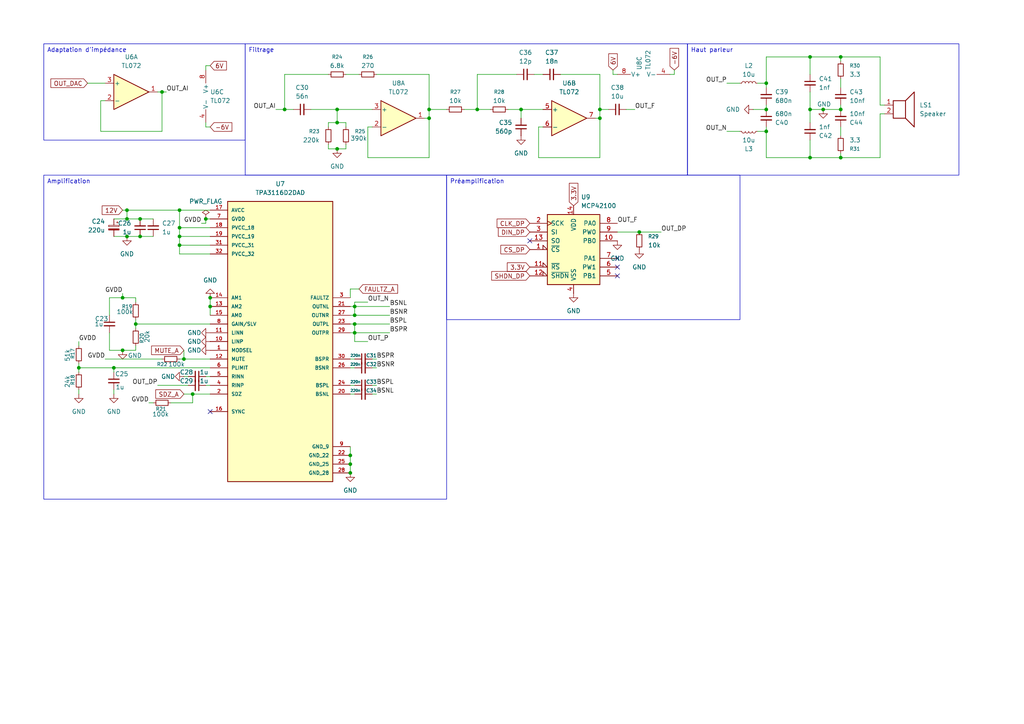
<source format=kicad_sch>
(kicad_sch (version 20250114) (generator "eeschema") (generator_version "9.0")
  (paper "A4")
  (lib_symbols
    (symbol "Amplifier_Operational:TL072" (pin_names (offset 0.127))
      (property "Reference" "U" (at 0 5.08 0))
      (property "Value" "TL072" (at 0 -5.08 0))
      (symbol "TL072_1_1"
        (polyline (pts (xy -5.08 5.08) (xy 5.08 0) (xy -5.08 -5.08) (xy -5.08 5.08)) (stroke (width 0.254)) (fill (type background)))
        (pin input line (at -7.62 2.54 0) (length 2.54) (name "+") (number "3"))
        (pin input line (at -7.62 -2.54 0) (length 2.54) (name "-") (number "2"))
        (pin output line (at 7.62 0 180) (length 2.54) (name "~") (number "1"))
      )
      (symbol "TL072_2_1"
        (polyline (pts (xy -5.08 5.08) (xy 5.08 0) (xy -5.08 -5.08) (xy -5.08 5.08)) (stroke (width 0.254)) (fill (type background)))
        (pin input line (at -7.62 2.54 0) (length 2.54) (name "+") (number "5"))
        (pin input line (at -7.62 -2.54 0) (length 2.54) (name "-") (number "6"))
        (pin output line (at 7.62 0 180) (length 2.54) (name "~") (number "7"))
      )
      (symbol "TL072_3_1"
        (pin power_in line (at -2.54 7.62 270) (length 3.81) (name "V+") (number "8"))
        (pin power_in line (at -2.54 -7.62 90) (length 3.81) (name "V-") (number "4"))
      )
    )
    (symbol "Device:C_Polarized_Small" (pin_numbers (hide yes)) (pin_names (offset 0.254) (hide yes))
      (property "Reference" "C" (at 0.254 1.778 0))
      (property "Value" "C_Polarized_Small" (at 0.254 -2.032 0))
      (symbol "C_Polarized_Small_0_1"
        (rectangle (start -1.524 0.6858) (end 1.524 0.3048))
        (rectangle (start -1.524 -0.3048) (end 1.524 -0.6858) (fill (type outline)))
        (polyline (pts (xy -1.27 1.524) (xy -0.762 1.524)))
        (polyline (pts (xy -1.016 1.27) (xy -1.016 1.778)))
      )
      (symbol "C_Polarized_Small_1_1"
        (pin passive line (at 0 2.54 270) (length 1.8542) (name "~") (number "1"))
        (pin passive line (at 0 -2.54 90) (length 1.8542) (name "~") (number "2"))
      )
    )
    (symbol "Device:C_Small" (pin_numbers (hide yes)) (pin_names (offset 0.254) (hide yes))
      (property "Reference" "C" (at 0.254 1.778 0))
      (property "Value" "C_Small" (at 0.254 -2.032 0))
      (symbol "C_Small_0_1"
        (polyline (pts (xy -1.524 0.508) (xy 1.524 0.508)) (stroke (width 0.3048)))
        (polyline (pts (xy -1.524 -0.508) (xy 1.524 -0.508)) (stroke (width 0.3302)))
      )
      (symbol "C_Small_1_1"
        (pin passive line (at 0 2.54 270) (length 2.032) (name "~") (number "1"))
        (pin passive line (at 0 -2.54 90) (length 2.032) (name "~") (number "2"))
      )
    )
    (symbol "Device:L_Small" (pin_numbers (hide yes)) (pin_names (offset 0.254) (hide yes))
      (property "Reference" "L" (at 0.762 1.016 0))
      (property "Value" "L_Small" (at 0.762 -1.016 0))
      (symbol "L_Small_0_1"
        (arc (start 0 2.032) (mid 0.5058 1.524) (end 0 1.016))
        (arc (start 0 1.016) (mid 0.5058 0.508) (end 0 0))
        (arc (start 0 0) (mid 0.5058 -0.508) (end 0 -1.016))
        (arc (start 0 -1.016) (mid 0.5058 -1.524) (end 0 -2.032))
      )
      (symbol "L_Small_1_1"
        (pin passive line (at 0 2.54 270) (length 0.508) (name "~") (number "1"))
        (pin passive line (at 0 -2.54 90) (length 0.508) (name "~") (number "2"))
      )
    )
    (symbol "Device:R_Small" (pin_numbers (hide yes)) (pin_names (offset 0.254) (hide yes))
      (property "Reference" "R" (at 0 0 90))
      (property "Value" "R_Small" (at 1.778 0 90))
      (symbol "R_Small_0_1"
        (rectangle (start -0.762 1.778) (end 0.762 -1.778) (stroke (width 0.2032)))
      )
      (symbol "R_Small_1_1"
        (pin passive line (at 0 2.54 270) (length 0.762) (name "~") (number "1"))
        (pin passive line (at 0 -2.54 90) (length 0.762) (name "~") (number "2"))
      )
    )
    (symbol "Device:Speaker" (pin_names (offset 0) (hide yes))
      (property "Reference" "LS" (at 1.27 5.715 0))
      (property "Value" "Speaker" (at 1.27 3.81 0))
      (symbol "Speaker_0_0"
        (rectangle (start -2.54 1.27) (end 1.016 -3.81) (stroke (width 0.254)))
        (polyline (pts (xy 1.016 1.27) (xy 3.556 3.81) (xy 3.556 -6.35) (xy 1.016 -3.81)) (stroke (width 0.254)))
      )
      (symbol "Speaker_1_1"
        (pin input line (at -5.08 0 0) (length 2.54) (name "1") (number "1"))
        (pin input line (at -5.08 -2.54 0) (length 2.54) (name "2") (number "2"))
      )
    )
    (symbol "Potentiometer_Digital:MCP42100" (pin_names (offset 1.016))
      (property "Reference" "U" (at -7.62 11.43 0))
      (property "Value" "MCP42100" (at 2.54 11.43 0))
      (symbol "MCP42100_0_1"
        (rectangle (start -7.62 10.16) (end 7.62 -10.16) (stroke (width 0.254)) (fill (type background)))
      )
      (symbol "MCP42100_1_1"
        (pin input clock (at -12.7 7.62 0) (length 5.08) (name "SCK") (number "2"))
        (pin input line (at -12.7 5.08 0) (length 5.08) (name "SI") (number "3"))
        (pin output line (at -12.7 2.54 0) (length 5.08) (name "SO") (number "13"))
        (pin input input_low (at -12.7 0 0) (length 5.08) (name "~{CS}") (number "1"))
        (pin input input_low (at -12.7 -5.08 0) (length 5.08) (name "~{RS}") (number "11"))
        (pin input input_low (at -12.7 -7.62 0) (length 5.08) (name "~{SHDN}") (number "12"))
        (pin power_in line (at 0 12.7 270) (length 2.54) (name "VDD") (number "14"))
        (pin power_in line (at 0 -12.7 90) (length 2.54) (name "VSS") (number "4"))
        (pin passive line (at 12.7 7.62 180) (length 5.08) (name "PA0") (number "8"))
        (pin passive line (at 12.7 5.08 180) (length 5.08) (name "PW0") (number "9"))
        (pin passive line (at 12.7 2.54 180) (length 5.08) (name "PB0") (number "10"))
        (pin passive line (at 12.7 -2.54 180) (length 5.08) (name "PA1") (number "7"))
        (pin passive line (at 12.7 -5.08 180) (length 5.08) (name "PW1") (number "6"))
        (pin passive line (at 12.7 -7.62 180) (length 5.08) (name "PB1") (number "5"))
      )
    )
    (symbol "TPA3116D2DAD:TPA3116D2DAD" (pin_names (offset 1.016))
      (property "Reference" "U" (at -15.24 41.64 0))
      (property "Value" "TPA3116D2DAD" (at -15.24 -44.64 0))
      (symbol "TPA3116D2DAD_0_0"
        (rectangle (start -15.24 -40.64) (end 15.24 40.64) (stroke (width 0.254)) (fill (type background)))
        (pin power_in line (at -20.32 38.1 0) (length 5.08) (name "AVCC") (number "17"))
        (pin power_in line (at -20.32 35.56 0) (length 5.08) (name "GVDD") (number "7"))
        (pin power_in line (at -20.32 33.02 0) (length 5.08) (name "PVCC_18") (number "18"))
        (pin power_in line (at -20.32 30.48 0) (length 5.08) (name "PVCC_19") (number "19"))
        (pin power_in line (at -20.32 27.94 0) (length 5.08) (name "PVCC_31") (number "31"))
        (pin power_in line (at -20.32 25.4 0) (length 5.08) (name "PVCC_32") (number "32"))
        (pin input line (at -20.32 12.7 0) (length 5.08) (name "AM1") (number "14"))
        (pin input line (at -20.32 10.16 0) (length 5.08) (name "AM2") (number "13"))
        (pin input line (at -20.32 7.62 0) (length 5.08) (name "AM0") (number "15"))
        (pin input line (at -20.32 5.08 0) (length 5.08) (name "GAIN/SLV") (number "8"))
        (pin input line (at -20.32 2.54 0) (length 5.08) (name "LINN") (number "11"))
        (pin input line (at -20.32 0 0) (length 5.08) (name "LINP") (number "10"))
        (pin input line (at -20.32 -2.54 0) (length 5.08) (name "MODSEL") (number "1"))
        (pin input line (at -20.32 -5.08 0) (length 5.08) (name "MUTE") (number "12"))
        (pin input line (at -20.32 -7.62 0) (length 5.08) (name "PLIMIT") (number "6"))
        (pin input line (at -20.32 -10.16 0) (length 5.08) (name "RINN") (number "5"))
        (pin input line (at -20.32 -12.7 0) (length 5.08) (name "RINP") (number "4"))
        (pin input line (at -20.32 -15.24 0) (length 5.08) (name "SDZ") (number "2"))
        (pin bidirectional line (at -20.32 -20.32 0) (length 5.08) (name "SYNC") (number "16"))
        (pin output line (at 20.32 12.7 180) (length 5.08) (name "FAULTZ") (number "3"))
        (pin output line (at 20.32 10.16 180) (length 5.08) (name "OUTNL") (number "21"))
        (pin output line (at 20.32 7.62 180) (length 5.08) (name "OUTNR") (number "27"))
        (pin output line (at 20.32 5.08 180) (length 5.08) (name "OUTPL") (number "23"))
        (pin output line (at 20.32 2.54 180) (length 5.08) (name "OUTPR") (number "29"))
        (pin passive line (at 20.32 -5.08 180) (length 5.08) (name "BSPR") (number "30"))
        (pin passive line (at 20.32 -7.62 180) (length 5.08) (name "BSNR") (number "26"))
        (pin passive line (at 20.32 -12.7 180) (length 5.08) (name "BSPL") (number "24"))
        (pin passive line (at 20.32 -15.24 180) (length 5.08) (name "BSNL") (number "20"))
        (pin power_in line (at 20.32 -30.48 180) (length 5.08) (name "GND_9") (number "9"))
        (pin power_in line (at 20.32 -33.02 180) (length 5.08) (name "GND_22") (number "22"))
        (pin power_in line (at 20.32 -35.56 180) (length 5.08) (name "GND_25") (number "25"))
        (pin power_in line (at 20.32 -38.1 180) (length 5.08) (name "GND_28") (number "28"))
      )
    )
    (symbol "power:GND" (power) (pin_numbers (hide yes)) (pin_names (offset 0) (hide yes))
      (property "Value" "GND" (at 0 -3.81 0))
      (symbol "GND_0_1"
        (polyline (pts (xy 0 0) (xy 0 -1.27) (xy 1.27 -1.27) (xy 0 -2.54) (xy -1.27 -1.27) (xy 0 -1.27)))
      )
      (symbol "GND_1_1"
        (pin power_in line (at 0 0 270) (length 0) (name "~") (number "1"))
      )
    )
    (symbol "power:PWR_FLAG" (power) (pin_numbers (hide yes)) (pin_names (offset 0) (hide yes))
      (property "Value" "PWR_FLAG" (at 0 3.81 0))
      (symbol "PWR_FLAG_0_0"
        (pin power_out line (at 0 0 90) (length 0) (name "~") (number "1"))
      )
      (symbol "PWR_FLAG_0_1"
        (polyline (pts (xy 0 0) (xy 0 1.27) (xy -1.016 1.905) (xy 0 2.54) (xy 1.016 1.905) (xy 0 1.27)))
      )
    )
  )
  (text_box "Amplification" (at 12.7 50.8 0) (size 116.84 93.98) (margins 0.9525 0.9525 0.9525 0.9525) (effects (font (size 1.27 1.27)) (justify left top)))
  (text_box "Filtrage" (at 71.12 12.7 0) (size 128.27 38.1) (margins 0.9525 0.9525 0.9525 0.9525) (effects (font (size 1.27 1.27)) (justify left top)))
  (text_box "Haut parleur" (at 199.39 12.7 0) (size 78.74 38.1) (margins 0.9525 0.9525 0.9525 0.9525) (effects (font (size 1.27 1.27)) (justify left top)))
  (text_box "Préamplification" (at 129.54 50.8 0) (size 85.09 41.91) (margins 0.9525 0.9525 0.9525 0.9525) (effects (font (size 1.27 1.27)) (justify left top)))
  (text_box "Adaptation d'impédance" (at 12.7 12.7 0) (size 58.42 27.94) (margins 0.9525 0.9525 0.9525 0.9525) (effects (font (size 1.27 1.27)) (justify left top)))
  (junction (at 102.87 93.98))
  (junction (at 33.02 106.68))
  (junction (at 60.96 86.36))
  (junction (at 101.6 137.16))
  (junction (at 35.56 101.6))
  (junction (at 234.95 16.51))
  (junction (at 59.69 63.5))
  (junction (at 173.99 34.29))
  (junction (at 36.83 63.5))
  (junction (at 124.46 34.29))
  (junction (at 52.07 60.96))
  (junction (at 40.64 68.58))
  (junction (at 97.79 43.18))
  (junction (at 55.88 114.3))
  (junction (at 243.84 31.75))
  (junction (at 39.37 93.98))
  (junction (at 243.84 16.51))
  (junction (at 222.25 31.75))
  (junction (at 138.43 31.75))
  (junction (at 46.99 26.67))
  (junction (at 151.13 31.75))
  (junction (at 222.25 38.1))
  (junction (at 101.6 134.62))
  (junction (at 124.46 31.75))
  (junction (at 22.86 106.68))
  (junction (at 82.55 31.75))
  (junction (at 52.07 71.12))
  (junction (at 40.64 63.5))
  (junction (at 35.56 86.36))
  (junction (at 102.87 96.52))
  (junction (at 36.83 60.96))
  (junction (at 243.84 45.72))
  (junction (at 102.87 91.44))
  (junction (at 36.83 68.58))
  (junction (at 234.95 31.75))
  (junction (at 60.96 88.9))
  (junction (at 101.6 132.08))
  (junction (at 97.79 31.75))
  (junction (at 97.79 35.56))
  (junction (at 222.25 24.13))
  (junction (at 238.76 31.75))
  (junction (at 102.87 88.9))
  (junction (at 52.07 66.04))
  (junction (at 185.42 67.31))
  (junction (at 52.07 68.58))
  (junction (at 53.34 104.14))
  (junction (at 234.95 45.72))
  (junction (at 173.99 31.75))
  (no_connect (at 179.07 74.93))
  (no_connect (at 179.07 77.47))
  (no_connect (at 179.07 80.01))
  (no_connect (at 60.96 119.38))
  (no_connect (at 153.67 69.85))
  (wire (pts (xy 100.33 36.83) (xy 100.33 35.56)))
  (wire (pts (xy 95.25 41.91) (xy 95.25 43.18)))
  (wire (pts (xy 210.82 38.1) (xy 214.63 38.1)))
  (wire (pts (xy 39.37 86.36) (xy 39.37 87.63)))
  (wire (pts (xy 95.25 43.18) (xy 97.79 43.18)))
  (wire (pts (xy 177.8 21.59) (xy 177.8 20.32)))
  (wire (pts (xy 124.46 21.59) (xy 124.46 31.75)))
  (wire (pts (xy 101.6 93.98) (xy 102.87 93.98)))
  (wire (pts (xy 234.95 16.51) (xy 243.84 16.51)))
  (wire (pts (xy 101.6 132.08) (xy 101.6 134.62)))
  (wire (pts (xy 52.07 60.96) (xy 60.96 60.96)))
  (wire (pts (xy 255.27 33.02) (xy 255.27 45.72)))
  (wire (pts (xy 106.68 99.06) (xy 102.87 99.06)))
  (wire (pts (xy 100.33 21.59) (xy 104.14 21.59)))
  (wire (pts (xy 102.87 96.52) (xy 113.03 96.52)))
  (wire (pts (xy 35.56 101.6) (xy 39.37 101.6)))
  (wire (pts (xy 173.99 31.75) (xy 176.53 31.75)))
  (wire (pts (xy 53.34 109.22) (xy 54.61 109.22)))
  (wire (pts (xy 59.69 36.83) (xy 60.96 36.83)))
  (wire (pts (xy 101.6 88.9) (xy 102.87 88.9)))
  (wire (pts (xy 210.82 24.13) (xy 214.63 24.13)))
  (wire (pts (xy 31.75 91.44) (xy 31.75 86.36)))
  (wire (pts (xy 102.87 87.63) (xy 102.87 88.9)))
  (wire (pts (xy 102.87 99.06) (xy 102.87 96.52)))
  (wire (pts (xy 101.6 96.52) (xy 102.87 96.52)))
  (wire (pts (xy 102.87 88.9) (xy 113.03 88.9)))
  (wire (pts (xy 109.22 114.3) (xy 107.95 114.3)))
  (wire (pts (xy 31.75 96.52) (xy 31.75 101.6)))
  (wire (pts (xy 185.42 67.31) (xy 191.77 67.31)))
  (wire (pts (xy 45.72 111.76) (xy 54.61 111.76)))
  (wire (pts (xy 243.84 45.72) (xy 243.84 44.45)))
  (wire (pts (xy 256.54 33.02) (xy 255.27 33.02)))
  (wire (pts (xy 124.46 45.72) (xy 106.68 45.72)))
  (wire (pts (xy 59.69 20.32) (xy 59.69 19.05)))
  (wire (pts (xy 29.21 38.1) (xy 46.99 38.1)))
  (wire (pts (xy 101.6 83.82) (xy 101.6 86.36)))
  (wire (pts (xy 134.62 31.75) (xy 138.43 31.75)))
  (wire (pts (xy 52.07 60.96) (xy 52.07 66.04)))
  (wire (pts (xy 154.94 21.59) (xy 157.48 21.59)))
  (wire (pts (xy 35.56 86.36) (xy 39.37 86.36)))
  (wire (pts (xy 53.34 101.6) (xy 53.34 104.14)))
  (wire (pts (xy 52.07 71.12) (xy 60.96 71.12)))
  (wire (pts (xy 59.69 35.56) (xy 59.69 36.83)))
  (wire (pts (xy 222.25 38.1) (xy 222.25 45.72)))
  (wire (pts (xy 52.07 68.58) (xy 52.07 71.12)))
  (wire (pts (xy 82.55 31.75) (xy 85.09 31.75)))
  (wire (pts (xy 243.84 31.75) (xy 238.76 31.75)))
  (wire (pts (xy 101.6 91.44) (xy 102.87 91.44)))
  (wire (pts (xy 60.96 93.98) (xy 39.37 93.98)))
  (wire (pts (xy 138.43 31.75) (xy 142.24 31.75)))
  (wire (pts (xy 222.25 30.48) (xy 222.25 31.75)))
  (wire (pts (xy 234.95 31.75) (xy 238.76 31.75)))
  (wire (pts (xy 97.79 35.56) (xy 95.25 35.56)))
  (wire (pts (xy 55.88 116.84) (xy 55.88 114.3)))
  (wire (pts (xy 222.25 31.75) (xy 218.44 31.75)))
  (wire (pts (xy 106.68 87.63) (xy 102.87 87.63)))
  (wire (pts (xy 22.86 113.03) (xy 22.86 114.3)))
  (wire (pts (xy 195.58 21.59) (xy 194.31 21.59)))
  (wire (pts (xy 35.56 85.09) (xy 35.56 86.36)))
  (wire (pts (xy 46.99 38.1) (xy 46.99 26.67)))
  (wire (pts (xy 173.99 34.29) (xy 172.72 34.29)))
  (wire (pts (xy 80.01 31.75) (xy 82.55 31.75)))
  (wire (pts (xy 31.75 101.6) (xy 35.56 101.6)))
  (wire (pts (xy 147.32 31.75) (xy 151.13 31.75)))
  (wire (pts (xy 124.46 31.75) (xy 124.46 34.29)))
  (wire (pts (xy 102.87 91.44) (xy 113.03 91.44)))
  (wire (pts (xy 95.25 35.56) (xy 95.25 36.83)))
  (wire (pts (xy 195.58 20.32) (xy 195.58 21.59)))
  (wire (pts (xy 151.13 31.75) (xy 157.48 31.75)))
  (wire (pts (xy 22.86 100.33) (xy 22.86 99.06)))
  (wire (pts (xy 40.64 68.58) (xy 36.83 68.58)))
  (wire (pts (xy 234.95 21.59) (xy 234.95 16.51)))
  (wire (pts (xy 255.27 45.72) (xy 243.84 45.72)))
  (wire (pts (xy 102.87 114.3) (xy 101.6 114.3)))
  (wire (pts (xy 173.99 45.72) (xy 156.21 45.72)))
  (wire (pts (xy 102.87 88.9) (xy 102.87 91.44)))
  (wire (pts (xy 109.22 111.76) (xy 107.95 111.76)))
  (wire (pts (xy 52.07 104.14) (xy 53.34 104.14)))
  (wire (pts (xy 49.53 116.84) (xy 55.88 116.84)))
  (wire (pts (xy 100.33 35.56) (xy 97.79 35.56)))
  (wire (pts (xy 52.07 73.66) (xy 60.96 73.66)))
  (wire (pts (xy 173.99 21.59) (xy 173.99 31.75)))
  (wire (pts (xy 102.87 93.98) (xy 113.03 93.98)))
  (wire (pts (xy 59.69 111.76) (xy 60.96 111.76)))
  (wire (pts (xy 60.96 88.9) (xy 60.96 91.44)))
  (wire (pts (xy 53.34 104.14) (xy 60.96 104.14)))
  (wire (pts (xy 151.13 34.29) (xy 151.13 31.75)))
  (wire (pts (xy 97.79 43.18) (xy 100.33 43.18)))
  (wire (pts (xy 52.07 68.58) (xy 60.96 68.58)))
  (wire (pts (xy 33.02 106.68) (xy 22.86 106.68)))
  (wire (pts (xy 52.07 66.04) (xy 60.96 66.04)))
  (wire (pts (xy 29.21 29.21) (xy 29.21 38.1)))
  (wire (pts (xy 53.34 114.3) (xy 55.88 114.3)))
  (wire (pts (xy 138.43 21.59) (xy 138.43 31.75)))
  (wire (pts (xy 243.84 25.4) (xy 243.84 22.86)))
  (wire (pts (xy 255.27 30.48) (xy 255.27 16.51)))
  (wire (pts (xy 30.48 104.14) (xy 46.99 104.14)))
  (wire (pts (xy 101.6 129.54) (xy 101.6 132.08)))
  (wire (pts (xy 156.21 36.83) (xy 156.21 45.72)))
  (wire (pts (xy 219.71 24.13) (xy 222.25 24.13)))
  (wire (pts (xy 107.95 36.83) (xy 106.68 36.83)))
  (wire (pts (xy 59.69 19.05) (xy 60.96 19.05)))
  (wire (pts (xy 36.83 60.96) (xy 35.56 60.96)))
  (wire (pts (xy 179.07 21.59) (xy 177.8 21.59)))
  (wire (pts (xy 124.46 34.29) (xy 123.19 34.29)))
  (wire (pts (xy 222.25 24.13) (xy 222.25 16.51)))
  (wire (pts (xy 109.22 21.59) (xy 124.46 21.59)))
  (wire (pts (xy 44.45 63.5) (xy 40.64 63.5)))
  (wire (pts (xy 36.83 60.96) (xy 52.07 60.96)))
  (wire (pts (xy 124.46 31.75) (xy 129.54 31.75)))
  (wire (pts (xy 95.25 21.59) (xy 82.55 21.59)))
  (wire (pts (xy 58.42 64.77) (xy 59.69 64.77)))
  (wire (pts (xy 82.55 21.59) (xy 82.55 31.75)))
  (wire (pts (xy 40.64 63.5) (xy 36.83 63.5)))
  (wire (pts (xy 109.22 106.68) (xy 107.95 106.68)))
  (wire (pts (xy 222.25 16.51) (xy 234.95 16.51)))
  (wire (pts (xy 22.86 106.68) (xy 22.86 107.95)))
  (wire (pts (xy 25.4 24.13) (xy 30.48 24.13)))
  (wire (pts (xy 52.07 71.12) (xy 52.07 73.66)))
  (wire (pts (xy 234.95 40.64) (xy 234.95 45.72)))
  (wire (pts (xy 33.02 106.68) (xy 33.02 107.95)))
  (wire (pts (xy 149.86 21.59) (xy 138.43 21.59)))
  (wire (pts (xy 234.95 45.72) (xy 243.84 45.72)))
  (wire (pts (xy 179.07 67.31) (xy 185.42 67.31)))
  (wire (pts (xy 102.87 104.14) (xy 101.6 104.14)))
  (wire (pts (xy 90.17 31.75) (xy 97.79 31.75)))
  (wire (pts (xy 222.25 38.1) (xy 222.25 36.83)))
  (wire (pts (xy 59.69 109.22) (xy 60.96 109.22)))
  (wire (pts (xy 55.88 114.3) (xy 60.96 114.3)))
  (wire (pts (xy 106.68 36.83) (xy 106.68 45.72)))
  (wire (pts (xy 255.27 16.51) (xy 243.84 16.51)))
  (wire (pts (xy 33.02 113.03) (xy 33.02 114.3)))
  (wire (pts (xy 222.25 45.72) (xy 234.95 45.72)))
  (wire (pts (xy 22.86 105.41) (xy 22.86 106.68)))
  (wire (pts (xy 243.84 16.51) (xy 243.84 17.78)))
  (wire (pts (xy 102.87 106.68) (xy 101.6 106.68)))
  (wire (pts (xy 31.75 86.36) (xy 35.56 86.36)))
  (wire (pts (xy 181.61 31.75) (xy 184.15 31.75)))
  (wire (pts (xy 100.33 41.91) (xy 100.33 43.18)))
  (wire (pts (xy 124.46 34.29) (xy 124.46 45.72)))
  (wire (pts (xy 97.79 31.75) (xy 97.79 35.56)))
  (wire (pts (xy 45.72 26.67) (xy 46.99 26.67)))
  (wire (pts (xy 39.37 93.98) (xy 39.37 95.25)))
  (wire (pts (xy 43.18 116.84) (xy 44.45 116.84)))
  (wire (pts (xy 173.99 34.29) (xy 173.99 45.72)))
  (wire (pts (xy 44.45 68.58) (xy 40.64 68.58)))
  (wire (pts (xy 109.22 104.14) (xy 107.95 104.14)))
  (wire (pts (xy 243.84 30.48) (xy 243.84 31.75)))
  (wire (pts (xy 97.79 31.75) (xy 107.95 31.75)))
  (wire (pts (xy 30.48 29.21) (xy 29.21 29.21)))
  (wire (pts (xy 234.95 26.67) (xy 234.95 31.75)))
  (wire (pts (xy 36.83 60.96) (xy 36.83 63.5)))
  (wire (pts (xy 39.37 100.33) (xy 39.37 101.6)))
  (wire (pts (xy 104.14 83.82) (xy 101.6 83.82)))
  (wire (pts (xy 60.96 86.36) (xy 60.96 88.9)))
  (wire (pts (xy 59.69 63.5) (xy 60.96 63.5)))
  (wire (pts (xy 59.69 64.77) (xy 59.69 63.5)))
  (wire (pts (xy 101.6 134.62) (xy 101.6 137.16)))
  (wire (pts (xy 36.83 68.58) (xy 33.02 68.58)))
  (wire (pts (xy 60.96 106.68) (xy 33.02 106.68)))
  (wire (pts (xy 39.37 92.71) (xy 39.37 93.98)))
  (wire (pts (xy 243.84 36.83) (xy 243.84 39.37)))
  (wire (pts (xy 52.07 66.04) (xy 52.07 68.58)))
  (wire (pts (xy 157.48 36.83) (xy 156.21 36.83)))
  (wire (pts (xy 102.87 93.98) (xy 102.87 96.52)))
  (wire (pts (xy 222.25 24.13) (xy 222.25 25.4)))
  (wire (pts (xy 256.54 30.48) (xy 255.27 30.48)))
  (wire (pts (xy 162.56 21.59) (xy 173.99 21.59)))
  (wire (pts (xy 46.99 26.67) (xy 48.26 26.67)))
  (wire (pts (xy 36.83 63.5) (xy 33.02 63.5)))
  (wire (pts (xy 102.87 111.76) (xy 101.6 111.76)))
  (wire (pts (xy 173.99 31.75) (xy 173.99 34.29)))
  (wire (pts (xy 234.95 31.75) (xy 234.95 35.56)))
  (wire (pts (xy 219.71 38.1) (xy 222.25 38.1)))
  (label "OUT_F" (at 179.07 64.77 0))
  (label "OUT_DP" (at 191.77 67.31 0))
  (label "OUT_N" (at 106.68 87.63 0))
  (label "BSNR" (at 113.03 91.44 0))
  (label "BSPR" (at 113.03 96.52 0))
  (label "GVDD" (at 30.48 104.14 180))
  (label "BSNL" (at 109.22 114.3 0))
  (label "BSNL" (at 113.03 88.9 0))
  (label "OUT_AI" (at 48.26 26.67 0))
  (label "BSPR" (at 109.22 104.14 0))
  (label "GVDD" (at 58.42 64.77 180))
  (label "GVDD" (at 43.18 116.84 180))
  (label "GVDD" (at 35.56 85.09 180))
  (label "BSPL" (at 109.22 111.76 0))
  (label "BSNR" (at 109.22 106.68 0))
  (label "OUT_DP" (at 45.72 111.76 180))
  (label "OUT_AI" (at 80.01 31.75 180))
  (label "GVDD" (at 22.86 99.06 0))
  (label "OUT_P" (at 106.68 99.06 0))
  (label "OUT_F" (at 184.15 31.75 0))
  (label "BSPL" (at 113.03 93.98 0))
  (label "OUT_N" (at 210.82 38.1 180))
  (label "OUT_P" (at 210.82 24.13 180))
  (global_label "-6V" (shape input) (at 195.58 20.32 90) (property "Intersheetrefs" "${INTERSHEET_REFS}" (effects (hide yes))))
  (global_label "-6V" (shape input) (at 60.96 36.83 0) (property "Intersheetrefs" "${INTERSHEET_REFS}" (effects (hide yes))))
  (global_label "3.3V" (shape input) (at 153.67 77.47 180) (property "Intersheetrefs" "${INTERSHEET_REFS}" (effects (hide yes))))
  (global_label "6V" (shape input) (at 60.96 19.05 0) (property "Intersheetrefs" "${INTERSHEET_REFS}" (effects (hide yes))))
  (global_label "OUT_DAC" (shape input) (at 25.4 24.13 180) (property "Intersheetrefs" "${INTERSHEET_REFS}" (effects (hide yes))))
  (global_label "CLK_DP" (shape input) (at 153.67 64.77 180) (property "Intersheetrefs" "${INTERSHEET_REFS}" (effects (hide yes))))
  (global_label "12V" (shape input) (at 35.56 60.96 180) (property "Intersheetrefs" "${INTERSHEET_REFS}" (effects (hide yes))))
  (global_label "6V" (shape input) (at 177.8 20.32 90) (property "Intersheetrefs" "${INTERSHEET_REFS}" (effects (hide yes))))
  (global_label "MUTE_A" (shape input) (at 53.34 101.6 180) (property "Intersheetrefs" "${INTERSHEET_REFS}" (effects (hide yes))))
  (global_label "SDZ_A" (shape input) (at 53.34 114.3 180) (property "Intersheetrefs" "${INTERSHEET_REFS}" (effects (hide yes))))
  (global_label "3.3V" (shape input) (at 166.37 59.69 90) (property "Intersheetrefs" "${INTERSHEET_REFS}" (effects (hide yes))))
  (global_label "DIN_DP" (shape input) (at 153.67 67.31 180) (property "Intersheetrefs" "${INTERSHEET_REFS}" (effects (hide yes))))
  (global_label "CS_DP" (shape input) (at 153.67 72.39 180) (property "Intersheetrefs" "${INTERSHEET_REFS}" (effects (hide yes))))
  (global_label "SHDN_DP" (shape input) (at 153.67 80.01 180) (property "Intersheetrefs" "${INTERSHEET_REFS}" (effects (hide yes))))
  (global_label "FAULTZ_A" (shape input) (at 104.14 83.82 0) (property "Intersheetrefs" "${INTERSHEET_REFS}" (effects (hide yes))))
  (symbol (lib_id "Device:R_Small") (at 46.99 116.84 270) (mirror x) (unit 1)
    (property "Reference" "R21" (at 48.26 118.618 90) (effects (font (size 1.016 1.016)) (justify right)))
    (property "Value" "100k" (at 49.022 120.142 90) (effects (justify right)))
    (property "Footprint" "Resistor_SMD:R_0603_1608Metric_Pad0.98x0.95mm_HandSolder" (effects (hide yes)))
    (property "Description" "Resistor, small symbol" (effects (hide yes)))
  )
  (symbol (lib_id "power:GND") (at 238.76 31.75 0) (unit 1)
    (property "Reference" "#PWR045" (effects (hide yes)))
    (property "Value" "GND" (at 239.014 30.226 0))
    (property "Description" "Power symbol creates a global label with name \"GND\" , ground" (effects (hide yes)))
  )
  (symbol (lib_id "power:GND") (at 185.42 72.39 0) (unit 1)
    (property "Reference" "#PWR043" (effects (hide yes)))
    (property "Value" "GND" (at 185.42 77.47 0))
    (property "Description" "Power symbol creates a global label with name \"GND\" , ground" (effects (hide yes)))
  )
  (symbol (lib_id "Device:R_Small") (at 22.86 102.87 0) (mirror x) (unit 1)
    (property "Reference" "R17" (at 21.082 104.14 90) (effects (font (size 1.016 1.016)) (justify right)))
    (property "Value" "51k" (at 19.558 104.902 90) (effects (justify right)))
    (property "Footprint" "Resistor_SMD:R_0603_1608Metric_Pad0.98x0.95mm_HandSolder" (effects (hide yes)))
    (property "Description" "Resistor, small symbol" (effects (hide yes)))
  )
  (symbol (lib_id "Amplifier_Operational:TL072") (at 62.23 27.94 0) (unit 3)
    (property "Reference" "U6" (at 60.96 26.6699 0) (effects (justify left)))
    (property "Value" "TL072" (at 60.96 29.2099 0) (effects (justify left)))
    (property "Footprint" "Package_SO:TSSOP-8_3x3mm_P0.65mm" (effects (hide yes)))
    (property "Datasheet" "http://www.ti.com/lit/ds/symlink/tl071.pdf" (effects (hide yes)))
    (property "Description" "Dual Low-Noise JFET-Input Operational Amplifiers, DIP-8/SOIC-8" (effects (hide yes)))
  )
  (symbol (lib_id "power:GND") (at 60.96 101.6 270) (unit 1)
    (property "Reference" "#PWR037" (effects (hide yes)))
    (property "Value" "GND" (at 58.42 101.5999 90) (effects (justify right)))
    (property "Description" "Power symbol creates a global label with name \"GND\" , ground" (effects (hide yes)))
  )
  (symbol (lib_id "Device:C_Small") (at 243.84 27.94 0) (mirror y) (unit 1)
    (property "Reference" "C43" (at 246.38 26.6762 0) (effects (justify right)))
    (property "Value" "10nf" (at 246.38 29.2162 0) (effects (justify right)))
    (property "Footprint" "Capacitor_SMD:C_0603_1608Metric_Pad1.08x0.95mm_HandSolder" (effects (hide yes)))
    (property "Description" "Unpolarized capacitor, small symbol" (effects (hide yes)))
  )
  (symbol (lib_id "power:GND") (at 60.96 86.36 180) (unit 1)
    (property "Reference" "#PWR034" (effects (hide yes)))
    (property "Value" "GND" (at 60.96 81.28 0))
    (property "Description" "Power symbol creates a global label with name \"GND\" , ground" (effects (hide yes)))
  )
  (symbol (lib_id "Amplifier_Operational:TL072") (at 38.1 26.67 0) (unit 1)
    (property "Reference" "U6" (at 38.1 16.51 0))
    (property "Value" "TL072" (at 38.1 19.05 0))
    (property "Footprint" "Package_SO:TSSOP-8_3x3mm_P0.65mm" (effects (hide yes)))
    (property "Datasheet" "http://www.ti.com/lit/ds/symlink/tl071.pdf" (effects (hide yes)))
    (property "Description" "Dual Low-Noise JFET-Input Operational Amplifiers, DIP-8/SOIC-8" (effects (hide yes)))
  )
  (symbol (lib_id "Device:R_Small") (at 185.42 69.85 180) (unit 1)
    (property "Reference" "R29" (at 187.96 68.5799 0) (effects (font (size 1.016 1.016)) (justify right)))
    (property "Value" "10k" (at 187.96 71.1199 0) (effects (justify right)))
    (property "Footprint" "Resistor_SMD:R_0603_1608Metric_Pad0.98x0.95mm_HandSolder" (effects (hide yes)))
    (property "Description" "Resistor, small symbol" (effects (hide yes)))
  )
  (symbol (lib_id "Device:C_Small") (at 33.02 110.49 0) (mirror y) (unit 1)
    (property "Reference" "C25" (at 35.306 108.458 0))
    (property "Value" "1u" (at 34.798 112.268 0))
    (property "Footprint" "Capacitor_SMD:C_0603_1608Metric_Pad1.08x0.95mm_HandSolder" (effects (hide yes)))
    (property "Description" "Unpolarized capacitor, small symbol" (effects (hide yes)))
  )
  (symbol (lib_id "power:GND") (at 35.56 101.6 0) (unit 1)
    (property "Reference" "#PWR031" (effects (hide yes)))
    (property "Value" "GND" (at 39.116 103.124 0))
    (property "Description" "Power symbol creates a global label with name \"GND\" , ground" (effects (hide yes)))
  )
  (symbol (lib_id "Device:C_Small") (at 40.64 66.04 0) (mirror x) (unit 1)
    (property "Reference" "C26" (at 38.1 64.7635 0) (effects (justify right)))
    (property "Value" "1u" (at 38.1 67.3035 0) (effects (justify right)))
    (property "Footprint" "Capacitor_SMD:C_0603_1608Metric_Pad1.08x0.95mm_HandSolder" (effects (hide yes)))
    (property "Description" "Unpolarized capacitor, small symbol" (effects (hide yes)))
  )
  (symbol (lib_id "Device:R_Small") (at 243.84 41.91 0) (mirror y) (unit 1)
    (property "Reference" "R31" (at 246.38 43.1801 0) (effects (font (size 1.016 1.016)) (justify right)))
    (property "Value" "3.3" (at 246.38 40.6401 0) (effects (justify right)))
    (property "Footprint" "Resistor_SMD:R_0603_1608Metric_Pad0.98x0.95mm_HandSolder" (effects (hide yes)))
    (property "Description" "Resistor, small symbol" (effects (hide yes)))
  )
  (symbol (lib_id "Device:R_Small") (at 106.68 21.59 90) (unit 1)
    (property "Reference" "R26" (at 106.68 16.51 90) (effects (font (size 1.016 1.016))))
    (property "Value" "270" (at 106.68 19.05 90))
    (property "Footprint" "Resistor_SMD:R_0603_1608Metric_Pad0.98x0.95mm_HandSolder" (effects (hide yes)))
    (property "Description" "Resistor, small symbol" (effects (hide yes)))
  )
  (symbol (lib_id "Device:C_Small") (at 234.95 24.13 0) (mirror y) (unit 1)
    (property "Reference" "C41" (at 237.49 22.8662 0) (effects (justify right)))
    (property "Value" "1nf" (at 237.49 25.4062 0) (effects (justify right)))
    (property "Footprint" "Capacitor_SMD:C_0603_1608Metric_Pad1.08x0.95mm_HandSolder" (effects (hide yes)))
    (property "Description" "Unpolarized capacitor, small symbol" (effects (hide yes)))
  )
  (symbol (lib_id "Device:C_Small") (at 222.25 34.29 0) (mirror y) (unit 1)
    (property "Reference" "C40" (at 224.79 35.5665 0) (effects (justify right)))
    (property "Value" "680n" (at 224.79 33.0265 0) (effects (justify right)))
    (property "Footprint" "Capacitor_SMD:C_0603_1608Metric_Pad1.08x0.95mm_HandSolder" (effects (hide yes)))
    (property "Description" "Unpolarized capacitor, small symbol" (effects (hide yes)))
  )
  (symbol (lib_id "Device:C_Small") (at 151.13 36.83 0) (mirror x) (unit 1)
    (property "Reference" "C35" (at 148.59 35.5535 0) (effects (justify right)))
    (property "Value" "560p" (at 148.59 38.0935 0) (effects (justify right)))
    (property "Footprint" "Capacitor_SMD:C_0603_1608Metric_Pad1.08x0.95mm_HandSolder" (effects (hide yes)))
    (property "Description" "Unpolarized capacitor, small symbol" (effects (hide yes)))
  )
  (symbol (lib_id "Device:C_Small") (at 152.4 21.59 90) (unit 1)
    (property "Reference" "C36" (at 152.4063 15.24 90))
    (property "Value" "12p" (at 152.4063 17.78 90))
    (property "Footprint" "Capacitor_SMD:C_0603_1608Metric_Pad1.08x0.95mm_HandSolder" (effects (hide yes)))
    (property "Description" "Unpolarized capacitor, small symbol" (effects (hide yes)))
  )
  (symbol (lib_id "power:GND") (at 36.83 68.58 0) (mirror y) (unit 1)
    (property "Reference" "#PWR032" (effects (hide yes)))
    (property "Value" "GND" (at 36.83 73.66 0))
    (property "Description" "Power symbol creates a global label with name \"GND\" , ground" (effects (hide yes)))
  )
  (symbol (lib_id "Device:C_Small") (at 243.84 34.29 180) (unit 1)
    (property "Reference" "C44" (at 246.38 35.5538 0) (effects (justify right)))
    (property "Value" "10nf" (at 246.38 33.0138 0) (effects (justify right)))
    (property "Footprint" "Capacitor_SMD:C_0603_1608Metric_Pad1.08x0.95mm_HandSolder" (effects (hide yes)))
    (property "Description" "Unpolarized capacitor, small symbol" (effects (hide yes)))
  )
  (symbol (lib_id "power:GND") (at 60.96 99.06 270) (unit 1)
    (property "Reference" "#PWR036" (effects (hide yes)))
    (property "Value" "GND" (at 58.42 99.0599 90) (effects (justify right)))
    (property "Description" "Power symbol creates a global label with name \"GND\" , ground" (effects (hide yes)))
  )
  (symbol (lib_id "Device:R_Small") (at 243.84 20.32 180) (unit 1)
    (property "Reference" "R30" (at 246.38 19.0499 0) (effects (font (size 1.016 1.016)) (justify right)))
    (property "Value" "3.3" (at 246.38 21.5899 0) (effects (justify right)))
    (property "Footprint" "Resistor_SMD:R_0603_1608Metric_Pad0.98x0.95mm_HandSolder" (effects (hide yes)))
    (property "Description" "Resistor, small symbol" (effects (hide yes)))
  )
  (symbol (lib_id "power:GND") (at 166.37 85.09 0) (unit 1)
    (property "Reference" "#PWR041" (effects (hide yes)))
    (property "Value" "GND" (at 166.37 90.17 0))
    (property "Description" "Power symbol creates a global label with name \"GND\" , ground" (effects (hide yes)))
  )
  (symbol (lib_id "TPA3116D2DAD:TPA3116D2DAD") (at 81.28 99.06 0) (unit 1)
    (property "Reference" "U7" (at 81.28 53.34 0))
    (property "Value" "TPA3116D2DAD" (at 81.28 55.88 0))
    (property "Footprint" "Package_SO:TSSOP-32_6.1x11mm_P0.65mm" (effects (hide yes)))
    (property "MF" "Texas Instruments" (effects (hide yes)))
    (property "Description_1" "50-W stereo, 100-W mono, 4.5- to 26-V supply, analog input Class-D audio amplifier w/ SpeakerGuard™" (effects (hide yes)))
    (property "Package" "HTSSOP-32 Texas Instruments" (effects (hide yes)))
    (property "Price" "None" (effects (hide yes)))
    (property "Check_prices" "https://www.snapeda.com/parts/TPA3116D2DAD/Texas+Instruments/view-part/?ref=eda" (effects (hide yes)))
    (property "MAXIMUM_PACKAGE_HIEGHT" "1.15mm" (effects (hide yes)))
    (property "STANDARD" "IPC7351B" (effects (hide yes)))
    (property "PARTREV" "G" (effects (hide yes)))
    (property "SnapEDA_Link" "https://www.snapeda.com/parts/TPA3116D2DAD/Texas+Instruments/view-part/?ref=snap" (effects (hide yes)))
    (property "MP" "TPA3116D2DAD" (effects (hide yes)))
    (property "Availability" "In Stock" (effects (hide yes)))
    (property "MANUFACTURER" "Texas Instruments" (effects (hide yes)))
  )
  (symbol (lib_id "Device:R_Small") (at 100.33 39.37 0) (unit 1)
    (property "Reference" "R25" (at 102.87 38.0999 0) (effects (font (size 1.016 1.016)) (justify left)))
    (property "Value" "390k" (at 101.6 40.132 0) (effects (justify left)))
    (property "Footprint" "Resistor_SMD:R_0603_1608Metric_Pad0.98x0.95mm_HandSolder" (effects (hide yes)))
    (property "Description" "Resistor, small symbol" (effects (hide yes)))
  )
  (symbol (lib_id "Device:L_Small") (at 217.17 38.1 90) (mirror x) (unit 1)
    (property "Reference" "L3" (at 217.17 43.18 90))
    (property "Value" "10u" (at 217.17 40.64 90))
    (property "Footprint" "Inductor_SMD:L_0805_2012Metric_Pad1.05x1.20mm_HandSolder" (effects (hide yes)))
    (property "Description" "Inductor, small symbol" (effects (hide yes)))
  )
  (symbol (lib_id "power:PWR_FLAG") (at 59.69 63.5 0) (unit 1)
    (property "Reference" "#FLG06" (effects (hide yes)))
    (property "Value" "PWR_FLAG" (at 59.69 58.42 0))
    (property "Description" "Special symbol for telling ERC where power comes from" (effects (hide yes)))
  )
  (symbol (lib_id "power:GND") (at 151.13 39.37 0) (unit 1)
    (property "Reference" "#PWR040" (effects (hide yes)))
    (property "Value" "GND" (at 151.13 44.45 0))
    (property "Description" "Power symbol creates a global label with name \"GND\" , ground" (effects (hide yes)))
  )
  (symbol (lib_id "Device:C_Small") (at 179.07 31.75 90) (unit 1)
    (property "Reference" "C38" (at 179.0763 25.4 90))
    (property "Value" "10u" (at 179.0763 27.94 90))
    (property "Footprint" "Capacitor_SMD:C_0603_1608Metric_Pad1.08x0.95mm_HandSolder" (effects (hide yes)))
    (property "Description" "Unpolarized capacitor, small symbol" (effects (hide yes)))
  )
  (symbol (lib_id "power:GND") (at 22.86 114.3 0) (unit 1)
    (property "Reference" "#PWR029" (effects (hide yes)))
    (property "Value" "GND" (at 22.86 119.38 0))
    (property "Description" "Power symbol creates a global label with name \"GND\" , ground" (effects (hide yes)))
  )
  (symbol (lib_id "Device:C_Small") (at 234.95 38.1 180) (unit 1)
    (property "Reference" "C42" (at 237.49 39.3638 0) (effects (justify right)))
    (property "Value" "1nf" (at 237.49 36.8238 0) (effects (justify right)))
    (property "Footprint" "Capacitor_SMD:C_0603_1608Metric_Pad1.08x0.95mm_HandSolder" (effects (hide yes)))
    (property "Description" "Unpolarized capacitor, small symbol" (effects (hide yes)))
  )
  (symbol (lib_id "Device:C_Small") (at 57.15 109.22 270) (mirror x) (unit 1)
    (property "Reference" "C28" (at 54.102 107.95 90))
    (property "Value" "1u" (at 59.182 107.95 90))
    (property "Footprint" "Capacitor_SMD:C_0603_1608Metric_Pad1.08x0.95mm_HandSolder" (effects (hide yes)))
    (property "Description" "Unpolarized capacitor, small symbol" (effects (hide yes)))
  )
  (symbol (lib_id "Device:C_Small") (at 160.02 21.59 90) (unit 1)
    (property "Reference" "C37" (at 160.0263 15.24 90))
    (property "Value" "18n" (at 160.0263 17.78 90))
    (property "Footprint" "Capacitor_SMD:C_0603_1608Metric_Pad1.08x0.95mm_HandSolder" (effects (hide yes)))
    (property "Description" "Unpolarized capacitor, small symbol" (effects (hide yes)))
  )
  (symbol (lib_id "Device:R_Small") (at 95.25 39.37 0) (mirror x) (unit 1)
    (property "Reference" "R23" (at 92.71 38.0999 0) (effects (font (size 1.016 1.016)) (justify right)))
    (property "Value" "220k" (at 92.71 40.6399 0) (effects (justify right)))
    (property "Footprint" "Resistor_SMD:R_0603_1608Metric_Pad0.98x0.95mm_HandSolder" (effects (hide yes)))
    (property "Description" "Resistor, small symbol" (effects (hide yes)))
  )
  (symbol (lib_id "Amplifier_Operational:TL072") (at 186.69 19.05 90) (unit 3)
    (property "Reference" "U8" (at 185.4199 20.32 0) (effects (justify left)))
    (property "Value" "TL072" (at 187.9599 20.32 0) (effects (justify left)))
    (property "Footprint" "Package_SO:TSSOP-8_3x3mm_P0.65mm" (effects (hide yes)))
    (property "Datasheet" "http://www.ti.com/lit/ds/symlink/tl071.pdf" (effects (hide yes)))
    (property "Description" "Dual Low-Noise JFET-Input Operational Amplifiers, DIP-8/SOIC-8" (effects (hide yes)))
  )
  (symbol (lib_id "Device:R_Small") (at 144.78 31.75 90) (unit 1)
    (property "Reference" "R28" (at 144.78 26.67 90) (effects (font (size 1.016 1.016))))
    (property "Value" "10k" (at 144.78 29.21 90))
    (property "Footprint" "Resistor_SMD:R_0603_1608Metric_Pad0.98x0.95mm_HandSolder" (effects (hide yes)))
    (property "Description" "Resistor, small symbol" (effects (hide yes)))
  )
  (symbol (lib_id "power:GND") (at 179.07 69.85 0) (unit 1)
    (property "Reference" "#PWR042" (effects (hide yes)))
    (property "Value" "GND" (at 179.07 74.93 0))
    (property "Description" "Power symbol creates a global label with name \"GND\" , ground" (effects (hide yes)))
  )
  (symbol (lib_id "Device:R_Small") (at 39.37 90.17 0) (mirror y) (unit 1)
    (property "Reference" "R19" (at 35.306 88.9 0) (effects (font (size 1.016 1.016)) (justify right)))
    (property "Value" "100k" (at 33.782 90.424 0) (effects (justify right)))
    (property "Footprint" "Resistor_SMD:R_0603_1608Metric_Pad0.98x0.95mm_HandSolder" (effects (hide yes)))
    (property "Description" "Resistor, small symbol" (effects (hide yes)))
  )
  (symbol (lib_id "Device:L_Small") (at 217.17 24.13 90) (unit 1)
    (property "Reference" "L2" (at 217.17 19.05 90))
    (property "Value" "10u" (at 217.17 21.59 90))
    (property "Footprint" "Inductor_SMD:L_0805_2012Metric_Pad1.05x1.20mm_HandSolder" (effects (hide yes)))
    (property "Description" "Inductor, small symbol" (effects (hide yes)))
  )
  (symbol (lib_id "power:GND") (at 97.79 43.18 0) (unit 1)
    (property "Reference" "#PWR038" (effects (hide yes)))
    (property "Value" "GND" (at 97.79 48.26 0))
    (property "Description" "Power symbol creates a global label with name \"GND\" , ground" (effects (hide yes)))
  )
  (symbol (lib_id "Device:Speaker") (at 261.62 30.48 0) (unit 1)
    (property "Reference" "LS1" (at 266.7 30.4799 0) (effects (justify left)))
    (property "Value" "Speaker" (at 266.7 33.0199 0) (effects (justify left)))
    (property "Description" "Speaker" (effects (hide yes)))
  )
  (symbol (lib_id "Device:C_Small") (at 105.41 114.3 90) (mirror x) (unit 1)
    (property "Reference" "C34" (at 106.172 113.284 90) (effects (font (size 1.016 1.016)) (justify right)))
    (property "Value" "220n" (at 101.6 113.284 90) (effects (font (size 0.762 0.762)) (justify right)))
    (property "Footprint" "Capacitor_SMD:C_0603_1608Metric_Pad1.08x0.95mm_HandSolder" (effects (hide yes)))
    (property "Description" "Unpolarized capacitor, small symbol" (effects (hide yes)))
  )
  (symbol (lib_id "Potentiometer_Digital:MCP42100") (at 166.37 72.39 0) (unit 1)
    (property "Reference" "U9" (at 168.5133 57.15 0) (effects (justify left)))
    (property "Value" "MCP42100" (at 168.5133 59.69 0) (effects (justify left)))
    (property "Footprint" "Package_SO:SOIC-8_3.9x4.9mm_P1.27mm" (effects (hide yes)))
    (property "Datasheet" "http://ww1.microchip.com/downloads/en/DeviceDoc/11195c.pdf" (effects (hide yes)))
    (property "Description" "Dual Digital Potentiometer, SPI interface, 256 taps, 100 kohm" (effects (hide yes)))
  )
  (symbol (lib_id "Device:C_Small") (at 105.41 104.14 90) (mirror x) (unit 1)
    (property "Reference" "C31" (at 106.172 103.124 90) (effects (font (size 1.016 1.016)) (justify right)))
    (property "Value" "220n" (at 101.6 103.124 90) (effects (font (size 0.762 0.762)) (justify right)))
    (property "Footprint" "Capacitor_SMD:C_0603_1608Metric_Pad1.08x0.95mm_HandSolder" (effects (hide yes)))
    (property "Description" "Unpolarized capacitor, small symbol" (effects (hide yes)))
  )
  (symbol (lib_id "Device:R_Small") (at 49.53 104.14 90) (mirror x) (unit 1)
    (property "Reference" "R22" (at 45.466 105.664 90) (effects (font (size 1.016 1.016)) (justify right)))
    (property "Value" "100k" (at 48.768 105.664 90) (effects (justify right)))
    (property "Footprint" "Resistor_SMD:R_0603_1608Metric_Pad0.98x0.95mm_HandSolder" (effects (hide yes)))
    (property "Description" "Resistor, small symbol" (effects (hide yes)))
  )
  (symbol (lib_id "power:GND") (at 101.6 137.16 0) (unit 1)
    (property "Reference" "#PWR039" (effects (hide yes)))
    (property "Value" "GND" (at 101.6 142.24 0))
    (property "Description" "Power symbol creates a global label with name \"GND\" , ground" (effects (hide yes)))
  )
  (symbol (lib_id "Device:R_Small") (at 22.86 110.49 0) (mirror x) (unit 1)
    (property "Reference" "R18" (at 21.082 111.76 90) (effects (font (size 1.016 1.016)) (justify right)))
    (property "Value" "24k" (at 19.558 112.522 90) (effects (justify right)))
    (property "Footprint" "Resistor_SMD:R_0603_1608Metric_Pad0.98x0.95mm_HandSolder" (effects (hide yes)))
    (property "Description" "Resistor, small symbol" (effects (hide yes)))
  )
  (symbol (lib_id "power:GND") (at 53.34 109.22 270) (unit 1)
    (property "Reference" "#PWR033" (effects (hide yes)))
    (property "Value" "GND" (at 50.8 109.2199 90) (effects (justify right)))
    (property "Description" "Power symbol creates a global label with name \"GND\" , ground" (effects (hide yes)))
  )
  (symbol (lib_id "Amplifier_Operational:TL072") (at 115.57 34.29 0) (unit 1)
    (property "Reference" "U8" (at 115.57 24.13 0))
    (property "Value" "TL072" (at 115.57 26.67 0))
    (property "Footprint" "Package_SO:TSSOP-8_3x3mm_P0.65mm" (effects (hide yes)))
    (property "Datasheet" "http://www.ti.com/lit/ds/symlink/tl071.pdf" (effects (hide yes)))
    (property "Description" "Dual Low-Noise JFET-Input Operational Amplifiers, DIP-8/SOIC-8" (effects (hide yes)))
  )
  (symbol (lib_id "Device:C_Small") (at 44.45 66.04 180) (unit 1)
    (property "Reference" "C27" (at 46.99 64.7635 0) (effects (justify right)))
    (property "Value" "1u" (at 46.99 67.3035 0) (effects (justify right)))
    (property "Footprint" "Capacitor_SMD:C_0603_1608Metric_Pad1.08x0.95mm_HandSolder" (effects (hide yes)))
    (property "Description" "Unpolarized capacitor, small symbol" (effects (hide yes)))
  )
  (symbol (lib_id "Device:C_Polarized_Small") (at 33.02 66.04 0) (mirror y) (unit 1)
    (property "Reference" "C24" (at 30.48 64.2238 0) (effects (justify left)))
    (property "Value" "220u" (at 30.48 66.7638 0) (effects (justify left)))
    (property "Footprint" "Capacitor_SMD:C_0603_1608Metric_Pad1.08x0.95mm_HandSolder" (effects (hide yes)))
    (property "Description" "Polarized capacitor, small symbol" (effects (hide yes)))
  )
  (symbol (lib_id "power:GND") (at 60.96 96.52 270) (unit 1)
    (property "Reference" "#PWR035" (effects (hide yes)))
    (property "Value" "GND" (at 58.42 96.5199 90) (effects (justify right)))
    (property "Description" "Power symbol creates a global label with name \"GND\" , ground" (effects (hide yes)))
  )
  (symbol (lib_id "Device:C_Small") (at 31.75 93.98 0) (mirror y) (unit 1)
    (property "Reference" "C23" (at 29.464 92.456 0))
    (property "Value" "1u" (at 28.702 93.98 0))
    (property "Footprint" "Capacitor_SMD:C_0603_1608Metric_Pad1.08x0.95mm_HandSolder" (effects (hide yes)))
    (property "Description" "Unpolarized capacitor, small symbol" (effects (hide yes)))
  )
  (symbol (lib_id "Device:C_Small") (at 105.41 106.68 90) (mirror x) (unit 1)
    (property "Reference" "C32" (at 106.172 105.664 90) (effects (font (size 1.016 1.016)) (justify right)))
    (property "Value" "220n" (at 101.6 105.664 90) (effects (font (size 0.762 0.762)) (justify right)))
    (property "Footprint" "Capacitor_SMD:C_0603_1608Metric_Pad1.08x0.95mm_HandSolder" (effects (hide yes)))
    (property "Description" "Unpolarized capacitor, small symbol" (effects (hide yes)))
  )
  (symbol (lib_id "power:GND") (at 33.02 114.3 0) (unit 1)
    (property "Reference" "#PWR030" (effects (hide yes)))
    (property "Value" "GND" (at 33.02 119.38 0))
    (property "Description" "Power symbol creates a global label with name \"GND\" , ground" (effects (hide yes)))
  )
  (symbol (lib_id "Device:C_Small") (at 57.15 111.76 270) (mirror x) (unit 1)
    (property "Reference" "C29" (at 54.102 110.49 90))
    (property "Value" "1u" (at 59.182 110.49 90))
    (property "Footprint" "Capacitor_SMD:C_0603_1608Metric_Pad1.08x0.95mm_HandSolder" (effects (hide yes)))
    (property "Description" "Unpolarized capacitor, small symbol" (effects (hide yes)))
  )
  (symbol (lib_id "Device:C_Small") (at 222.25 27.94 180) (unit 1)
    (property "Reference" "C39" (at 224.79 26.6635 0) (effects (justify right)))
    (property "Value" "680n" (at 224.79 29.2035 0) (effects (justify right)))
    (property "Footprint" "Capacitor_SMD:C_0603_1608Metric_Pad1.08x0.95mm_HandSolder" (effects (hide yes)))
    (property "Description" "Unpolarized capacitor, small symbol" (effects (hide yes)))
  )
  (symbol (lib_id "Device:R_Small") (at 132.08 31.75 90) (unit 1)
    (property "Reference" "R27" (at 132.08 26.67 90) (effects (font (size 1.016 1.016))))
    (property "Value" "10k" (at 132.08 29.21 90))
    (property "Footprint" "Resistor_SMD:R_0603_1608Metric_Pad0.98x0.95mm_HandSolder" (effects (hide yes)))
    (property "Description" "Resistor, small symbol" (effects (hide yes)))
  )
  (symbol (lib_id "Device:C_Small") (at 105.41 111.76 90) (mirror x) (unit 1)
    (property "Reference" "C33" (at 106.172 110.744 90) (effects (font (size 1.016 1.016)) (justify right)))
    (property "Value" "220n" (at 101.6 110.744 90) (effects (font (size 0.762 0.762)) (justify right)))
    (property "Footprint" "Capacitor_SMD:C_0603_1608Metric_Pad1.08x0.95mm_HandSolder" (effects (hide yes)))
    (property "Description" "Unpolarized capacitor, small symbol" (effects (hide yes)))
  )
  (symbol (lib_id "Device:C_Small") (at 87.63 31.75 90) (unit 1)
    (property "Reference" "C30" (at 87.6363 25.4 90))
    (property "Value" "56n" (at 87.6363 27.94 90))
    (property "Footprint" "Capacitor_SMD:C_0603_1608Metric_Pad1.08x0.95mm_HandSolder" (effects (hide yes)))
    (property "Description" "Unpolarized capacitor, small symbol" (effects (hide yes)))
  )
  (symbol (lib_id "Device:R_Small") (at 97.79 21.59 90) (unit 1)
    (property "Reference" "R24" (at 97.79 16.51 90) (effects (font (size 1.016 1.016))))
    (property "Value" "6.8k" (at 97.79 19.05 90))
    (property "Footprint" "Resistor_SMD:R_0603_1608Metric_Pad0.98x0.95mm_HandSolder" (effects (hide yes)))
    (property "Description" "Resistor, small symbol" (effects (hide yes)))
  )
  (symbol (lib_id "power:GND") (at 218.44 31.75 270) (unit 1)
    (property "Reference" "#PWR044" (effects (hide yes)))
    (property "Value" "GND" (at 214.63 31.7499 90) (effects (justify right)))
    (property "Description" "Power symbol creates a global label with name \"GND\" , ground" (effects (hide yes)))
  )
  (symbol (lib_id "Amplifier_Operational:TL072") (at 165.1 34.29 0) (unit 2)
    (property "Reference" "U6" (at 165.1 24.13 0))
    (property "Value" "TL072" (at 165.1 26.67 0))
    (property "Footprint" "Package_SO:TSSOP-8_3x3mm_P0.65mm" (effects (hide yes)))
    (property "Datasheet" "http://www.ti.com/lit/ds/symlink/tl071.pdf" (effects (hide yes)))
    (property "Description" "Dual Low-Noise JFET-Input Operational Amplifiers, DIP-8/SOIC-8" (effects (hide yes)))
  )
  (symbol (lib_id "Device:R_Small") (at 39.37 97.79 0) (mirror y) (unit 1)
    (property "Reference" "R20" (at 41.148 96.52 90) (effects (font (size 1.016 1.016)) (justify right)))
    (property "Value" "20k" (at 42.672 95.758 90) (effects (justify right)))
    (property "Footprint" "Resistor_SMD:R_0603_1608Metric_Pad0.98x0.95mm_HandSolder" (effects (hide yes)))
    (property "Description" "Resistor, small symbol" (effects (hide yes)))
  )
)
</source>
